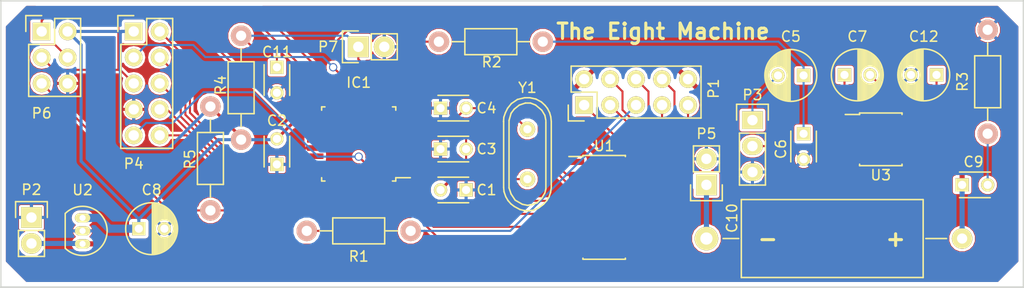
<source format=kicad_pcb>
(kicad_pcb (version 4) (host pcbnew 4.0.1-stable)
  (layers (0 F.Cu signal) (31 B.Cu signal) (34 B.Paste user hide) (35 F.Paste user hide) (36 B.SilkS user hide) (37 F.SilkS user) (38 B.Mask user hide) (39 F.Mask user hide) (44 Edge.Cuts user))
  (net 0 "")
  (net 1 C)
  (net 2 D)
  (net 3 GND)
  (net 4 VCC)
  (net 5 "Net-(C3-Pad2)")
  (net 6 "Net-(C4-Pad2)")
  (net 7 E)
  (net 8 F)
  (net 9 G)
  (net 10 BTN)
  (net 11 PWM)
  (net 12 Latch)
  (net 13 MOSI)
  (net 14 MISO)
  (net 15 SCK)
  (net 16 SD0)
  (net 17 SD1)
  (net 18 SD2)
  (net 19 SD3)
  (net 20 SD4)
  (net 21 DP)
  (net 22 Reset)
  (net 23 A)
  (net 24 Data)
  (net 25 B)
  (net 26 +9V)
  (net 27 /D1)
  (net 28 /D3)
  (net 29 /D2)
  (net 30 /D4)
  (net 31 /D6)
  (net 32 /D5)
  (net 33 /D7)
  (net 34 "Net-(C5-Pad2)")
  (net 35 "Net-(P3-Pad2)")
  (net 36 "Net-(C10-Pad2)")
  (net 37 Audio)
  (net 38 "Net-(C7-Pad1)")
  (net 39 "Net-(C7-Pad2)")
  (net 40 "Net-(C10-Pad1)")
  (net 41 "Net-(C9-Pad2)")
  (net 42 /_DP)
  (net 43 "Net-(C12-Pad1)")
  (module Capacitors_ThroughHole:C_Radial_D5_L11_P2.5 (layer F.Cu) (at 170.5 87.3 180)
    (fp_text reference C5 (at 1.25 3.8 180) (layer F.SilkS))
    (fp_text value 10uF)
    (pad 1 thru_hole rect (at 0 0 180) (size 1.3 1.3) (drill 0.8) (layers *.Cu *.Mask F.SilkS) (net 37 Audio))
    (pad 2 thru_hole circle (at 2.5 0 180) (size 1.3 1.3) (drill 0.8) (layers *.Cu *.Mask F.SilkS) (net 34 "Net-(C5-Pad2)"))
  )
  (module Housings_SOIC:SOIC-16_3.9x9.9mm_Pitch1.27mm (layer F.Cu) (at 151 100.2)
    (fp_text reference U1 (at 0 -6) (layer F.SilkS))
    (fp_text value ULN2003)
    (pad 1 smd rect (at -2.7 -4.445) (size 1.5 0.6) (layers F.Cu F.Paste F.Mask) (net 9 G))
    (pad 2 smd rect (at -2.7 -3.175) (size 1.5 0.6) (layers F.Cu F.Paste F.Mask) (net 8 F))
    (pad 3 smd rect (at -2.7 -1.905) (size 1.5 0.6) (layers F.Cu F.Paste F.Mask) (net 7 E))
    (pad 4 smd rect (at -2.7 -0.635) (size 1.5 0.6) (layers F.Cu F.Paste F.Mask) (net 2 D))
    (pad 5 smd rect (at -2.7 0.635) (size 1.5 0.6) (layers F.Cu F.Paste F.Mask) (net 1 C))
    (pad 6 smd rect (at -2.7 1.905) (size 1.5 0.6) (layers F.Cu F.Paste F.Mask) (net 25 B))
    (pad 7 smd rect (at -2.7 3.175) (size 1.5 0.6) (layers F.Cu F.Paste F.Mask) (net 23 A))
    (pad 8 smd rect (at -2.7 4.445) (size 1.5 0.6) (layers F.Cu F.Paste F.Mask) (net 3 GND))
    (pad 9 smd rect (at 2.7 4.445) (size 1.5 0.6) (layers F.Cu F.Paste F.Mask))
    (pad 10 smd rect (at 2.7 3.175) (size 1.5 0.6) (layers F.Cu F.Paste F.Mask) (net 33 /D7))
    (pad 11 smd rect (at 2.7 1.905) (size 1.5 0.6) (layers F.Cu F.Paste F.Mask) (net 31 /D6))
    (pad 12 smd rect (at 2.7 0.635) (size 1.5 0.6) (layers F.Cu F.Paste F.Mask) (net 32 /D5))
    (pad 13 smd rect (at 2.7 -0.635) (size 1.5 0.6) (layers F.Cu F.Paste F.Mask) (net 30 /D4))
    (pad 14 smd rect (at 2.7 -1.905) (size 1.5 0.6) (layers F.Cu F.Paste F.Mask) (net 28 /D3))
    (pad 15 smd rect (at 2.7 -3.175) (size 1.5 0.6) (layers F.Cu F.Paste F.Mask) (net 29 /D2))
    (pad 16 smd rect (at 2.7 -4.445) (size 1.5 0.6) (layers F.Cu F.Paste F.Mask) (net 27 /D1))
  )
  (module Housings_SOIC:SOIC-8_3.9x4.9mm_Pitch1.27mm (layer F.Cu) (at 178.05 93.55)
    (fp_text reference U3 (at 0 3.5) (layer F.SilkS))
    (fp_text value LM386)
    (pad 1 smd rect (at -2.7 -1.905) (size 1.55 0.6) (layers F.Cu F.Paste F.Mask) (net 38 "Net-(C7-Pad1)"))
    (pad 2 smd rect (at -2.7 -0.635) (size 1.55 0.6) (layers F.Cu F.Paste F.Mask) (net 3 GND))
    (pad 3 smd rect (at -2.7 0.635) (size 1.55 0.6) (layers F.Cu F.Paste F.Mask) (net 35 "Net-(P3-Pad2)"))
    (pad 4 smd rect (at -2.7 1.905) (size 1.55 0.6) (layers F.Cu F.Paste F.Mask) (net 3 GND))
    (pad 5 smd rect (at 2.7 1.905) (size 1.55 0.6) (layers F.Cu F.Paste F.Mask) (net 40 "Net-(C10-Pad1)"))
    (pad 6 smd rect (at 2.7 0.635) (size 1.55 0.6) (layers F.Cu F.Paste F.Mask) (net 26 +9V))
    (pad 7 smd rect (at 2.7 -0.635) (size 1.55 0.6) (layers F.Cu F.Paste F.Mask) (net 43 "Net-(C12-Pad1)"))
    (pad 8 smd rect (at 2.7 -1.905) (size 1.55 0.6) (layers F.Cu F.Paste F.Mask) (net 39 "Net-(C7-Pad2)"))
  )
  (module Housings_QFP:TQFP-32_7x7mm_Pitch0.8mm (layer F.Cu) (at 127 94 180)
    (fp_text reference IC1 (at 0 6 180) (layer F.SilkS))
    (fp_text value ATMEGA328-A)
    (pad 1 smd rect (at -4.25 -2.8 180) (size 1.6 0.55) (layers F.Cu F.Paste F.Mask) (net 1 C))
    (pad 2 smd rect (at -4.25 -2 180) (size 1.6 0.55) (layers F.Cu F.Paste F.Mask) (net 2 D))
    (pad 3 smd rect (at -4.25 -1.2 180) (size 1.6 0.55) (layers F.Cu F.Paste F.Mask) (net 3 GND))
    (pad 4 smd rect (at -4.25 -0.4 180) (size 1.6 0.55) (layers F.Cu F.Paste F.Mask) (net 4 VCC))
    (pad 5 smd rect (at -4.25 0.4 180) (size 1.6 0.55) (layers F.Cu F.Paste F.Mask) (net 3 GND))
    (pad 6 smd rect (at -4.25 1.2 180) (size 1.6 0.55) (layers F.Cu F.Paste F.Mask) (net 4 VCC))
    (pad 7 smd rect (at -4.25 2 180) (size 1.6 0.55) (layers F.Cu F.Paste F.Mask) (net 5 "Net-(C3-Pad2)"))
    (pad 8 smd rect (at -4.25 2.8 180) (size 1.6 0.55) (layers F.Cu F.Paste F.Mask) (net 6 "Net-(C4-Pad2)"))
    (pad 9 smd rect (at -2.8 4.25 270) (size 1.6 0.55) (layers F.Cu F.Paste F.Mask) (net 7 E))
    (pad 10 smd rect (at -2 4.25 270) (size 1.6 0.55) (layers F.Cu F.Paste F.Mask) (net 8 F))
    (pad 11 smd rect (at -1.2 4.25 270) (size 1.6 0.55) (layers F.Cu F.Paste F.Mask) (net 9 G))
    (pad 12 smd rect (at -0.4 4.25 270) (size 1.6 0.55) (layers F.Cu F.Paste F.Mask) (net 10 BTN))
    (pad 13 smd rect (at 0.4 4.25 270) (size 1.6 0.55) (layers F.Cu F.Paste F.Mask) (net 11 PWM))
    (pad 14 smd rect (at 1.2 4.25 270) (size 1.6 0.55) (layers F.Cu F.Paste F.Mask) (net 12 Latch))
    (pad 15 smd rect (at 2 4.25 270) (size 1.6 0.55) (layers F.Cu F.Paste F.Mask) (net 13 MOSI))
    (pad 16 smd rect (at 2.8 4.25 270) (size 1.6 0.55) (layers F.Cu F.Paste F.Mask) (net 14 MISO))
    (pad 17 smd rect (at 4.25 2.8 180) (size 1.6 0.55) (layers F.Cu F.Paste F.Mask) (net 15 SCK))
    (pad 18 smd rect (at 4.25 2 180) (size 1.6 0.55) (layers F.Cu F.Paste F.Mask) (net 4 VCC))
    (pad 19 smd rect (at 4.25 1.2 180) (size 1.6 0.55) (layers F.Cu F.Paste F.Mask))
    (pad 20 smd rect (at 4.25 0.4 180) (size 1.6 0.55) (layers F.Cu F.Paste F.Mask))
    (pad 21 smd rect (at 4.25 -0.4 180) (size 1.6 0.55) (layers F.Cu F.Paste F.Mask) (net 3 GND))
    (pad 22 smd rect (at 4.25 -1.2 180) (size 1.6 0.55) (layers F.Cu F.Paste F.Mask))
    (pad 23 smd rect (at 4.25 -2 180) (size 1.6 0.55) (layers F.Cu F.Paste F.Mask) (net 16 SD0))
    (pad 24 smd rect (at 4.25 -2.8 180) (size 1.6 0.55) (layers F.Cu F.Paste F.Mask) (net 17 SD1))
    (pad 25 smd rect (at 2.8 -4.25 270) (size 1.6 0.55) (layers F.Cu F.Paste F.Mask) (net 18 SD2))
    (pad 26 smd rect (at 2 -4.25 270) (size 1.6 0.55) (layers F.Cu F.Paste F.Mask) (net 19 SD3))
    (pad 27 smd rect (at 1.2 -4.25 270) (size 1.6 0.55) (layers F.Cu F.Paste F.Mask) (net 20 SD4))
    (pad 28 smd rect (at 0.4 -4.25 270) (size 1.6 0.55) (layers F.Cu F.Paste F.Mask) (net 21 DP))
    (pad 29 smd rect (at -0.4 -4.25 270) (size 1.6 0.55) (layers F.Cu F.Paste F.Mask) (net 22 Reset))
    (pad 30 smd rect (at -1.2 -4.25 270) (size 1.6 0.55) (layers F.Cu F.Paste F.Mask) (net 23 A))
    (pad 31 smd rect (at -2 -4.25 270) (size 1.6 0.55) (layers F.Cu F.Paste F.Mask) (net 24 Data))
    (pad 32 smd rect (at -2.8 -4.25 270) (size 1.6 0.55) (layers F.Cu F.Paste F.Mask) (net 25 B))
  )
  (module Pin_Headers:Pin_Header_Straight_2x05 (layer F.Cu) (at 149.04 90.2 90)
    (fp_text reference P1 (at 1.605 12.66 270) (layer F.SilkS))
    (fp_text value DISP)
    (pad 1 thru_hole rect (at 0 0 90) (size 1.7272 1.7272) (drill 1.016) (layers *.Cu *.Mask F.SilkS) (net 27 /D1))
    (pad 2 thru_hole oval (at 2.54 0 90) (size 1.7272 1.7272) (drill 1.016) (layers *.Cu *.Mask F.SilkS) (net 26 +9V))
    (pad 3 thru_hole oval (at 0 2.54 90) (size 1.7272 1.7272) (drill 1.016) (layers *.Cu *.Mask F.SilkS) (net 29 /D2))
    (pad 4 thru_hole oval (at 2.54 2.54 90) (size 1.7272 1.7272) (drill 1.016) (layers *.Cu *.Mask F.SilkS) (net 28 /D3))
    (pad 5 thru_hole oval (at 0 5.08 90) (size 1.7272 1.7272) (drill 1.016) (layers *.Cu *.Mask F.SilkS) (net 42 /_DP))
    (pad 6 thru_hole oval (at 2.54 5.08 90) (size 1.7272 1.7272) (drill 1.016) (layers *.Cu *.Mask F.SilkS) (net 30 /D4))
    (pad 7 thru_hole oval (at 0 7.62 90) (size 1.7272 1.7272) (drill 1.016) (layers *.Cu *.Mask F.SilkS) (net 32 /D5))
    (pad 8 thru_hole oval (at 2.54 7.62 90) (size 1.7272 1.7272) (drill 1.016) (layers *.Cu *.Mask F.SilkS) (net 31 /D6))
    (pad 9 thru_hole oval (at 0 10.16 90) (size 1.7272 1.7272) (drill 1.016) (layers *.Cu *.Mask F.SilkS) (net 33 /D7))
    (pad 10 thru_hole oval (at 2.54 10.16 90) (size 1.7272 1.7272) (drill 1.016) (layers *.Cu *.Mask F.SilkS) (net 26 +9V))
  )
  (module Pin_Headers:Pin_Header_Straight_1x02 (layer F.Cu) (at 95 101.19)
    (fp_text reference P2 (at 0 -2.715) (layer F.SilkS))
    (fp_text value PWR)
    (pad 1 thru_hole rect (at 0 0) (size 2.032 2.032) (drill 1.016) (layers *.Cu *.Mask F.SilkS) (net 3 GND))
    (pad 2 thru_hole oval (at 0 2.54) (size 2.032 2.032) (drill 1.016) (layers *.Cu *.Mask F.SilkS) (net 26 +9V))
  )
  (module Pin_Headers:Pin_Header_Straight_1x03 (layer F.Cu) (at 165.5 91.67)
    (fp_text reference P3 (at 0 -2.46) (layer F.SilkS))
    (fp_text value POT)
    (pad 1 thru_hole rect (at 0 0) (size 2.032 1.7272) (drill 1.016) (layers *.Cu *.Mask F.SilkS) (net 34 "Net-(C5-Pad2)"))
    (pad 2 thru_hole oval (at 0 2.54) (size 2.032 1.7272) (drill 1.016) (layers *.Cu *.Mask F.SilkS) (net 35 "Net-(P3-Pad2)"))
    (pad 3 thru_hole oval (at 0 5.08) (size 2.032 1.7272) (drill 1.016) (layers *.Cu *.Mask F.SilkS) (net 3 GND))
  )
  (module Pin_Headers:Pin_Header_Straight_2x05 (layer F.Cu) (at 105 83)
    (fp_text reference P4 (at 0 12.935) (layer F.SilkS))
    (fp_text value SDISP)
    (pad 1 thru_hole rect (at 0 0) (size 1.7272 1.7272) (drill 1.016) (layers *.Cu *.Mask F.SilkS) (net 4 VCC))
    (pad 2 thru_hole oval (at 2.54 0) (size 1.7272 1.7272) (drill 1.016) (layers *.Cu *.Mask F.SilkS) (net 16 SD0))
    (pad 3 thru_hole oval (at 0 2.54) (size 1.7272 1.7272) (drill 1.016) (layers *.Cu *.Mask F.SilkS) (net 12 Latch))
    (pad 4 thru_hole oval (at 2.54 2.54) (size 1.7272 1.7272) (drill 1.016) (layers *.Cu *.Mask F.SilkS) (net 17 SD1))
    (pad 5 thru_hole oval (at 0 5.08) (size 1.7272 1.7272) (drill 1.016) (layers *.Cu *.Mask F.SilkS) (net 15 SCK))
    (pad 6 thru_hole oval (at 2.54 5.08) (size 1.7272 1.7272) (drill 1.016) (layers *.Cu *.Mask F.SilkS) (net 18 SD2))
    (pad 7 thru_hole oval (at 0 7.62) (size 1.7272 1.7272) (drill 1.016) (layers *.Cu *.Mask F.SilkS) (net 3 GND))
    (pad 8 thru_hole oval (at 2.54 7.62) (size 1.7272 1.7272) (drill 1.016) (layers *.Cu *.Mask F.SilkS) (net 19 SD3))
    (pad 9 thru_hole oval (at 0 10.16) (size 1.7272 1.7272) (drill 1.016) (layers *.Cu *.Mask F.SilkS) (net 24 Data))
    (pad 10 thru_hole oval (at 2.54 10.16) (size 1.7272 1.7272) (drill 1.016) (layers *.Cu *.Mask F.SilkS) (net 20 SD4))
  )
  (module Pin_Headers:Pin_Header_Straight_1x02 (layer F.Cu) (at 161 98 180)
    (fp_text reference P5 (at 0 5 360) (layer F.SilkS))
    (fp_text value SPK)
    (pad 1 thru_hole rect (at 0 0 180) (size 2.032 2.032) (drill 1.016) (layers *.Cu *.Mask F.SilkS) (net 36 "Net-(C10-Pad2)"))
    (pad 2 thru_hole oval (at 0 2.54 180) (size 2.032 2.032) (drill 1.016) (layers *.Cu *.Mask F.SilkS) (net 3 GND))
  )
  (module Pin_Headers:Pin_Header_Straight_2x03 (layer F.Cu) (at 96 83)
    (fp_text reference P6 (at 0 8) (layer F.SilkS))
    (fp_text value ISP)
    (pad 1 thru_hole rect (at 0 0) (size 1.7272 1.7272) (drill 1.016) (layers *.Cu *.Mask F.SilkS) (net 14 MISO))
    (pad 2 thru_hole oval (at 2.54 0) (size 1.7272 1.7272) (drill 1.016) (layers *.Cu *.Mask F.SilkS) (net 4 VCC))
    (pad 3 thru_hole oval (at 0 2.54) (size 1.7272 1.7272) (drill 1.016) (layers *.Cu *.Mask F.SilkS) (net 15 SCK))
    (pad 4 thru_hole oval (at 2.54 2.54) (size 1.7272 1.7272) (drill 1.016) (layers *.Cu *.Mask F.SilkS) (net 13 MOSI))
    (pad 5 thru_hole oval (at 0 5.08) (size 1.7272 1.7272) (drill 1.016) (layers *.Cu *.Mask F.SilkS) (net 22 Reset))
    (pad 6 thru_hole oval (at 2.54 5.08) (size 1.7272 1.7272) (drill 1.016) (layers *.Cu *.Mask F.SilkS) (net 3 GND))
  )
  (module Pin_Headers:Pin_Header_Straight_1x02 (layer F.Cu) (at 126.96 84.5 90)
    (fp_text reference P7 (at 0 -2.96 180) (layer F.SilkS))
    (fp_text value BTN)
    (pad 1 thru_hole rect (at 0 0 90) (size 2.032 2.032) (drill 1.016) (layers *.Cu *.Mask F.SilkS) (net 10 BTN))
    (pad 2 thru_hole oval (at 0 2.54 90) (size 2.032 2.032) (drill 1.016) (layers *.Cu *.Mask F.SilkS) (net 3 GND))
  )
  (module Capacitors_ThroughHole:C_Disc_D3_P2.5 (layer F.Cu) (at 119 96 90)
    (fp_text reference C2 (at 4.28 0 180) (layer F.SilkS))
    (fp_text value 50nF)
    (pad 1 thru_hole rect (at 0 0 90) (size 1.3 1.3) (drill 0.8) (layers *.Cu *.Mask F.SilkS) (net 3 GND))
    (pad 2 thru_hole circle (at 2.5 0 90) (size 1.3 1.3) (drill 0.8001) (layers *.Cu *.Mask F.SilkS) (net 4 VCC))
  )
  (module Capacitors_ThroughHole:C_Disc_D3_P2.5 (layer F.Cu) (at 135 94.5)
    (fp_text reference C3 (at 4.5 0) (layer F.SilkS))
    (fp_text value 22pF)
    (pad 1 thru_hole rect (at 0 0) (size 1.3 1.3) (drill 0.8) (layers *.Cu *.Mask F.SilkS) (net 3 GND))
    (pad 2 thru_hole circle (at 2.5 0) (size 1.3 1.3) (drill 0.8001) (layers *.Cu *.Mask F.SilkS) (net 5 "Net-(C3-Pad2)"))
  )
  (module Capacitors_ThroughHole:C_Disc_D3_P2.5 (layer F.Cu) (at 135 90.5)
    (fp_text reference C4 (at 4.5 0) (layer F.SilkS))
    (fp_text value 22pF)
    (pad 1 thru_hole rect (at 0 0) (size 1.3 1.3) (drill 0.8) (layers *.Cu *.Mask F.SilkS) (net 3 GND))
    (pad 2 thru_hole circle (at 2.5 0) (size 1.3 1.3) (drill 0.8001) (layers *.Cu *.Mask F.SilkS) (net 6 "Net-(C4-Pad2)"))
  )
  (module Capacitors_ThroughHole:C_Disc_D3_P2.5 (layer F.Cu) (at 170.5 93 270)
    (fp_text reference C6 (at 1.5 2.225 270) (layer F.SilkS))
    (fp_text value .1uF)
    (pad 1 thru_hole rect (at 0 0 270) (size 1.3 1.3) (drill 0.8) (layers *.Cu *.Mask F.SilkS) (net 37 Audio))
    (pad 2 thru_hole circle (at 2.5 0 270) (size 1.3 1.3) (drill 0.8001) (layers *.Cu *.Mask F.SilkS) (net 3 GND))
  )
  (module Capacitors_ThroughHole:C_Radial_D5_L11_P2.5 (layer F.Cu) (at 174.5 87.25)
    (fp_text reference C7 (at 1.25 -3.75) (layer F.SilkS))
    (fp_text value 10uF)
    (pad 1 thru_hole rect (at 0 0) (size 1.3 1.3) (drill 0.8) (layers *.Cu *.Mask F.SilkS) (net 38 "Net-(C7-Pad1)"))
    (pad 2 thru_hole circle (at 2.5 0) (size 1.3 1.3) (drill 0.8) (layers *.Cu *.Mask F.SilkS) (net 39 "Net-(C7-Pad2)"))
  )
  (module Capacitors_ThroughHole:C_Radial_D5_L11_P2.5 (layer F.Cu) (at 105.5 102.285)
    (fp_text reference C8 (at 1.25 -3.8) (layer F.SilkS))
    (fp_text value 10uF)
    (pad 1 thru_hole rect (at 0 0) (size 1.3 1.3) (drill 0.8) (layers *.Cu *.Mask F.SilkS) (net 4 VCC))
    (pad 2 thru_hole circle (at 2.5 0) (size 1.3 1.3) (drill 0.8) (layers *.Cu *.Mask F.SilkS) (net 3 GND))
  )
  (module Capacitors_ThroughHole:C_Disc_D3_P2.5 (layer F.Cu) (at 186 98)
    (fp_text reference C9 (at 1.115 -2.25) (layer F.SilkS))
    (fp_text value 50nF)
    (pad 1 thru_hole rect (at 0 0) (size 1.3 1.3) (drill 0.8) (layers *.Cu *.Mask F.SilkS) (net 40 "Net-(C10-Pad1)"))
    (pad 2 thru_hole circle (at 2.5 0) (size 1.3 1.3) (drill 0.8001) (layers *.Cu *.Mask F.SilkS) (net 41 "Net-(C9-Pad2)"))
  )
  (module Choke_Axial_ThroughHole:Choke_Horizontal_RM25mm (layer F.Cu) (at 173.50188 103.25 180)
    (fp_text reference C10 (at 10 2 270) (layer F.SilkS))
    (fp_text value 250uF)
    (pad 1 thru_hole circle (at -12.49934 0 180) (size 1.99898 1.99898) (drill 1.00076) (layers *.Cu *.Mask F.SilkS) (net 40 "Net-(C10-Pad1)"))
    (pad 2 thru_hole circle (at 12.50188 0 180) (size 2.30124 2.30124) (drill 1.19888) (layers *.Cu *.Mask F.SilkS) (net 36 "Net-(C10-Pad2)"))
  )
  (module Resistors_ThroughHole:Resistor_Horizontal_RM10mm (layer F.Cu) (at 127 102.5 180)
    (fp_text reference R1 (at 0 -2.5 180) (layer F.SilkS))
    (fp_text value 220)
    (pad 1 thru_hole circle (at -5.08 0 180) (size 1.99898 1.99898) (drill 1.00076) (layers *.Cu *.SilkS *.Mask) (net 42 /_DP))
    (pad 2 thru_hole circle (at 5.08 0 180) (size 1.99898 1.99898) (drill 1.00076) (layers *.Cu *.SilkS *.Mask) (net 21 DP))
  )
  (module Resistors_ThroughHole:Resistor_Horizontal_RM10mm (layer F.Cu) (at 139.92 84 180)
    (fp_text reference R2 (at -0.08 -2 180) (layer F.SilkS))
    (fp_text value 10K)
    (pad 1 thru_hole circle (at -5.08 0 180) (size 1.99898 1.99898) (drill 1.00076) (layers *.Cu *.SilkS *.Mask) (net 37 Audio))
    (pad 2 thru_hole circle (at 5.08 0 180) (size 1.99898 1.99898) (drill 1.00076) (layers *.Cu *.SilkS *.Mask) (net 11 PWM))
  )
  (module Resistors_ThroughHole:Resistor_Horizontal_RM10mm (layer F.Cu) (at 188.5 87.92 90)
    (fp_text reference R3 (at 0 -2.465 90) (layer F.SilkS))
    (fp_text value 10)
    (pad 1 thru_hole circle (at -5.08 0 90) (size 1.99898 1.99898) (drill 1.00076) (layers *.Cu *.SilkS *.Mask) (net 41 "Net-(C9-Pad2)"))
    (pad 2 thru_hole circle (at 5.08 0 90) (size 1.99898 1.99898) (drill 1.00076) (layers *.Cu *.SilkS *.Mask) (net 3 GND))
  )
  (module Resistors_ThroughHole:Resistor_Horizontal_RM10mm (layer F.Cu) (at 115.5 88.5 90)
    (fp_text reference R4 (at 0.24 -2 90) (layer F.SilkS))
    (fp_text value 10K)
    (pad 1 thru_hole circle (at -5.08 0 90) (size 1.99898 1.99898) (drill 1.00076) (layers *.Cu *.SilkS *.Mask) (net 4 VCC))
    (pad 2 thru_hole circle (at 5.08 0 90) (size 1.99898 1.99898) (drill 1.00076) (layers *.Cu *.SilkS *.Mask) (net 10 BTN))
  )
  (module Resistors_ThroughHole:Resistor_Horizontal_RM10mm (layer F.Cu) (at 112.5 95.42 270)
    (fp_text reference R5 (at 0.08 2 270) (layer F.SilkS))
    (fp_text value 10K)
    (pad 1 thru_hole circle (at -5.08 0 270) (size 1.99898 1.99898) (drill 1.00076) (layers *.Cu *.SilkS *.Mask) (net 4 VCC))
    (pad 2 thru_hole circle (at 5.08 0 270) (size 1.99898 1.99898) (drill 1.00076) (layers *.Cu *.SilkS *.Mask) (net 22 Reset))
  )
  (module Crystals:Crystal_HC49-U_Vertical (layer F.Cu) (at 143.5 95 270)
    (fp_text reference Y1 (at -6.5 0 360) (layer F.SilkS))
    (fp_text value 16Mhz)
    (pad 1 thru_hole circle (at -2.44094 0 270) (size 1.50114 1.50114) (drill 0.8001) (layers *.Cu *.Mask F.SilkS) (net 6 "Net-(C4-Pad2)"))
    (pad 2 thru_hole circle (at 2.44094 0 270) (size 1.50114 1.50114) (drill 0.8001) (layers *.Cu *.Mask F.SilkS) (net 5 "Net-(C3-Pad2)"))
  )
  (module TO_SOT_Packages_THT:TO-92_Inline_Narrow_Oval (layer F.Cu) (at 100 101.23 270)
    (fp_text reference U2 (at -2.73 0 360) (layer F.SilkS))
    (fp_text value 2936)
    (pad 2 thru_hole oval (at 1.27 0 90) (size 0.89916 1.50114) (drill 0.6) (layers *.Cu *.Mask F.SilkS) (net 3 GND))
    (pad 3 thru_hole oval (at 2.54 0 90) (size 0.89916 1.50114) (drill 0.6) (layers *.Cu *.Mask F.SilkS) (net 26 +9V))
    (pad 1 thru_hole oval (at 0 0 90) (size 0.89916 1.50114) (drill 0.6) (layers *.Cu *.Mask F.SilkS) (net 4 VCC))
  )
  (module Capacitors_ThroughHole:C_Disc_D3_P2.5 (layer F.Cu) (at 119 86.5 270)
    (fp_text reference C11 (at -1.5 0 360) (layer F.SilkS))
    (fp_text value .1uF)
    (pad 1 thru_hole rect (at 0 0 270) (size 1.3 1.3) (drill 0.8) (layers *.Cu *.Mask F.SilkS) (net 10 BTN))
    (pad 2 thru_hole circle (at 2.5 0 270) (size 1.3 1.3) (drill 0.8001) (layers *.Cu *.Mask F.SilkS) (net 3 GND))
  )
  (module Capacitors_ThroughHole:C_Disc_D3_P2.5 (layer F.Cu) (at 137.5 98.5 180)
    (fp_text reference C1 (at -2 0 180) (layer F.SilkS))
    (fp_text value 50nF)
    (pad 1 thru_hole rect (at 0 0 180) (size 1.3 1.3) (drill 0.8) (layers *.Cu *.Mask F.SilkS) (net 3 GND))
    (pad 2 thru_hole circle (at 2.5 0 180) (size 1.3 1.3) (drill 0.8001) (layers *.Cu *.Mask F.SilkS) (net 4 VCC))
  )
  (module Capacitors_ThroughHole:C_Radial_D5_L11_P2.5 (layer F.Cu) (at 183.5 87.25 180)
    (fp_text reference C12 (at 1.25 3.75 180) (layer F.SilkS))
    (fp_text value 10uF)
    (pad 1 thru_hole rect (at 0 0 180) (size 1.3 1.3) (drill 0.8) (layers *.Cu *.Mask F.SilkS) (net 43 "Net-(C12-Pad1)"))
    (pad 2 thru_hole circle (at 2.5 0 180) (size 1.3 1.3) (drill 0.8) (layers *.Cu *.Mask F.SilkS) (net 3 GND))
  )
  (gr_text "The Eight Machine" (at 156.75 83) (layer F.SilkS) (effects (font (size 1.5 1.5) (thickness 0.3))))
  (gr_text + (at 179.5 103.25) (layer F.SilkS) (effects (font (size 1.5 1.5) (thickness 0.3))))
  (gr_text - (at 167 103.25) (layer F.SilkS) (effects (font (size 1.5 1.5) (thickness 0.3))))
  (gr_line (start 192 80) (end 92 80) (layer Edge.Cuts) (width 0.15))
  (gr_line (start 192 108) (end 192 80) (layer Edge.Cuts) (width 0.15))
  (gr_line (start 92 108) (end 192 108) (layer Edge.Cuts) (width 0.15))
  (gr_line (start 92 80) (end 92 108) (layer Edge.Cuts) (width 0.15))
  (segment (start 148.3 100.835) (end 134.81 100.835) (width 0.2) (layer F.Cu) (net 1))
  (segment (start 134.81 100.835) (end 131.25 97.275) (width 0.2) (layer F.Cu) (net 1))
  (segment (start 131.25 97.275) (end 131.25 96.8) (width 0.2) (layer F.Cu) (net 1))
  (segment (start 131.25 96) (end 132.25 96) (width 0.2) (layer F.Cu) (net 2))
  (segment (start 133.949999 99.004001) (end 134.510998 99.565) (width 0.2) (layer F.Cu) (net 2))
  (segment (start 132.25 96) (end 133.949999 97.699999) (width 0.2) (layer F.Cu) (net 2))
  (segment (start 133.949999 97.699999) (end 133.949999 99.004001) (width 0.2) (layer F.Cu) (net 2))
  (segment (start 134.510998 99.565) (end 147.35 99.565) (width 0.2) (layer F.Cu) (net 2))
  (segment (start 147.35 99.565) (end 148.3 99.565) (width 0.2) (layer F.Cu) (net 2))
  (segment (start 132.8 95.2) (end 133.5 94.5) (width 0.3) (layer F.Cu) (net 3))
  (segment (start 133.5 94.5) (end 135 94.5) (width 0.3) (layer F.Cu) (net 3))
  (segment (start 131.25 95.2) (end 132.8 95.2) (width 0.3) (layer F.Cu) (net 3))
  (segment (start 122.75 94.4) (end 126.1 94.4) (width 0.3) (layer F.Cu) (net 3))
  (segment (start 126.1 94.4) (end 126.9 93.6) (width 0.3) (layer F.Cu) (net 3))
  (segment (start 126.9 93.6) (end 130.15 93.6) (width 0.3) (layer F.Cu) (net 3))
  (segment (start 131.25 93.6) (end 130.15 93.6) (width 0.3) (layer F.Cu) (net 3))
  (segment (start 130.15 93.6) (end 129.999999 93.750001) (width 0.3) (layer F.Cu) (net 3))
  (segment (start 129.999999 93.750001) (end 129.999999 95.049999) (width 0.3) (layer F.Cu) (net 3))
  (segment (start 129.999999 95.049999) (end 130.15 95.2) (width 0.3) (layer F.Cu) (net 3))
  (segment (start 130.15 95.2) (end 131.25 95.2) (width 0.3) (layer F.Cu) (net 3))
  (segment (start 112.5 90.34) (end 115.5 93.34) (width 0.3) (layer F.Cu) (net 4))
  (segment (start 115.5 93.34) (end 115.5 93.58) (width 0.3) (layer F.Cu) (net 4))
  (segment (start 104.369471 94.473601) (end 103.686399 93.790529) (width 0.3) (layer B.Cu) (net 4))
  (segment (start 112.5 90.34) (end 108.366399 94.473601) (width 0.3) (layer B.Cu) (net 4))
  (segment (start 108.366399 94.473601) (end 104.369471 94.473601) (width 0.3) (layer B.Cu) (net 4))
  (segment (start 103.686399 93.790529) (end 103.686399 83.150001) (width 0.3) (layer B.Cu) (net 4))
  (segment (start 103.686399 83.150001) (end 103.8364 83) (width 0.3) (layer B.Cu) (net 4))
  (segment (start 103.8364 83) (end 105 83) (width 0.3) (layer B.Cu) (net 4))
  (segment (start 135 98.5) (end 136.100001 97.399999) (width 0.3) (layer F.Cu) (net 4))
  (segment (start 136.100001 97.399999) (end 136.100001 93.489999) (width 0.3) (layer F.Cu) (net 4))
  (segment (start 136.100001 93.489999) (end 135.410002 92.8) (width 0.3) (layer F.Cu) (net 4))
  (segment (start 135.410002 92.8) (end 132.35 92.8) (width 0.3) (layer F.Cu) (net 4))
  (segment (start 131.25 92.8) (end 132.35 92.8) (width 0.3) (layer F.Cu) (net 4))
  (segment (start 132.500001 92.950001) (end 132.500001 94.249999) (width 0.3) (layer F.Cu) (net 4))
  (segment (start 132.35 92.8) (end 132.500001 92.950001) (width 0.3) (layer F.Cu) (net 4))
  (segment (start 132.500001 94.249999) (end 132.35 94.4) (width 0.3) (layer F.Cu) (net 4))
  (segment (start 131.25 94.4) (end 132.35 94.4) (width 0.3) (layer F.Cu) (net 4))
  (segment (start 122.75 92) (end 126 92) (width 0.3) (layer F.Cu) (net 4))
  (segment (start 126 92) (end 126.8 92.8) (width 0.3) (layer F.Cu) (net 4))
  (segment (start 126.8 92.8) (end 131.25 92.8) (width 0.3) (layer F.Cu) (net 4))
  (segment (start 100 101.23) (end 101.55057 101.23) (width 0.8) (layer B.Cu) (net 4))
  (segment (start 101.55057 101.23) (end 102.60557 102.285) (width 0.8) (layer B.Cu) (net 4))
  (segment (start 102.60557 102.285) (end 105.5 102.285) (width 0.8) (layer B.Cu) (net 4))
  (segment (start 115.5 93.58) (end 118.92 93.58) (width 0.3) (layer B.Cu) (net 4))
  (segment (start 118.92 93.58) (end 119 93.5) (width 0.3) (layer B.Cu) (net 4))
  (segment (start 105.5 102.285) (end 105.5 101.335) (width 0.3) (layer B.Cu) (net 4))
  (segment (start 105.5 101.335) (end 99.853601 95.688601) (width 0.3) (layer B.Cu) (net 4))
  (segment (start 99.853601 95.688601) (end 99.853601 84.313601) (width 0.3) (layer B.Cu) (net 4))
  (segment (start 99.853601 84.313601) (end 99.403599 83.863599) (width 0.3) (layer B.Cu) (net 4))
  (segment (start 99.403599 83.863599) (end 98.54 83) (width 0.3) (layer B.Cu) (net 4))
  (segment (start 105 83) (end 98.54 83) (width 0.3) (layer B.Cu) (net 4))
  (segment (start 115.5 93.58) (end 113.255 93.58) (width 0.3) (layer B.Cu) (net 4))
  (segment (start 113.255 93.58) (end 105.5 101.335) (width 0.3) (layer B.Cu) (net 4))
  (segment (start 122.75 92) (end 120.5 92) (width 0.3) (layer F.Cu) (net 4))
  (segment (start 120.5 92) (end 119 93.5) (width 0.3) (layer F.Cu) (net 4))
  (segment (start 137.5 94.5) (end 137.5 95.5) (width 0.2) (layer F.Cu) (net 5))
  (segment (start 137.5 95.5) (end 139.44094 97.44094) (width 0.2) (layer F.Cu) (net 5))
  (segment (start 139.44094 97.44094) (end 143.5 97.44094) (width 0.2) (layer F.Cu) (net 5))
  (segment (start 131.25 92) (end 136.5 92) (width 0.2) (layer F.Cu) (net 5))
  (segment (start 137.5 93) (end 137.5 94.5) (width 0.2) (layer F.Cu) (net 5))
  (segment (start 136.5 92) (end 137.5 93) (width 0.2) (layer F.Cu) (net 5))
  (segment (start 141.44094 90.5) (end 142.749431 91.808491) (width 0.2) (layer F.Cu) (net 6))
  (segment (start 142.749431 91.808491) (end 143.5 92.55906) (width 0.2) (layer F.Cu) (net 6))
  (segment (start 137.5 90.5) (end 141.44094 90.5) (width 0.2) (layer F.Cu) (net 6))
  (segment (start 131.25 91.2) (end 133.2 91.2) (width 0.2) (layer F.Cu) (net 6))
  (segment (start 133.500001 91.500001) (end 136.499999 91.500001) (width 0.2) (layer F.Cu) (net 6))
  (segment (start 136.499999 91.500001) (end 136.850001 91.149999) (width 0.2) (layer F.Cu) (net 6))
  (segment (start 133.2 91.2) (end 133.500001 91.500001) (width 0.2) (layer F.Cu) (net 6))
  (segment (start 136.850001 91.149999) (end 137.5 90.5) (width 0.2) (layer F.Cu) (net 6))
  (segment (start 148.3 98.295) (end 147.85 98.295) (width 0.2) (layer F.Cu) (net 7))
  (segment (start 147.85 98.295) (end 144.600571 95.045571) (width 0.2) (layer F.Cu) (net 7))
  (segment (start 144.600571 92.030785) (end 142.069785 89.499999) (width 0.2) (layer F.Cu) (net 7))
  (segment (start 144.600571 95.045571) (end 144.600571 92.030785) (width 0.2) (layer F.Cu) (net 7))
  (segment (start 142.069785 89.499999) (end 130.525001 89.499999) (width 0.2) (layer F.Cu) (net 7))
  (segment (start 130.525001 89.499999) (end 130.275 89.75) (width 0.2) (layer F.Cu) (net 7))
  (segment (start 130.275 89.75) (end 129.8 89.75) (width 0.2) (layer F.Cu) (net 7))
  (segment (start 129 88.75) (end 129 89.75) (width 0.2) (layer F.Cu) (net 8))
  (segment (start 145.2 91.993803) (end 141.806196 88.599999) (width 0.2) (layer F.Cu) (net 8))
  (segment (start 129.150001 88.599999) (end 129 88.75) (width 0.2) (layer F.Cu) (net 8))
  (segment (start 145.2 94.875) (end 145.2 91.993803) (width 0.2) (layer F.Cu) (net 8))
  (segment (start 147.35 97.025) (end 145.2 94.875) (width 0.2) (layer F.Cu) (net 8))
  (segment (start 148.3 97.025) (end 147.35 97.025) (width 0.2) (layer F.Cu) (net 8))
  (segment (start 141.806196 88.599999) (end 129.150001 88.599999) (width 0.2) (layer F.Cu) (net 8))
  (segment (start 146 95) (end 146.755 95.755) (width 0.2) (layer F.Cu) (net 9))
  (segment (start 146.755 95.755) (end 148.3 95.755) (width 0.2) (layer F.Cu) (net 9))
  (segment (start 146 91.6) (end 146 95) (width 0.2) (layer F.Cu) (net 9))
  (segment (start 142.2 87.8) (end 146 91.6) (width 0.2) (layer F.Cu) (net 9))
  (segment (start 129.15 87.8) (end 142.2 87.8) (width 0.2) (layer F.Cu) (net 9))
  (segment (start 128.2 89.75) (end 128.2 88.75) (width 0.2) (layer F.Cu) (net 9))
  (segment (start 128.2 88.75) (end 129.15 87.8) (width 0.2) (layer F.Cu) (net 9))
  (segment (start 125.88 83.42) (end 126.96 84.5) (width 0.2) (layer B.Cu) (net 10))
  (segment (start 115.5 83.42) (end 125.88 83.42) (width 0.2) (layer B.Cu) (net 10))
  (segment (start 115.5 83.42) (end 116.58 84.5) (width 0.2) (layer F.Cu) (net 10))
  (segment (start 116.58 84.5) (end 118.5 84.5) (width 0.2) (layer F.Cu) (net 10))
  (segment (start 118.5 84.5) (end 119 85) (width 0.2) (layer F.Cu) (net 10))
  (segment (start 119 85) (end 119 86.46999) (width 0.2) (layer F.Cu) (net 10))
  (segment (start 119 86.92) (end 119 87) (width 0.2) (layer F.Cu) (net 10))
  (segment (start 126.96 84.5) (end 126.96 85.716) (width 0.2) (layer F.Cu) (net 10))
  (segment (start 127.4 86.156) (end 127.4 88.75) (width 0.2) (layer F.Cu) (net 10))
  (segment (start 126.96 85.716) (end 127.4 86.156) (width 0.2) (layer F.Cu) (net 10))
  (segment (start 127.4 88.75) (end 127.4 89.75) (width 0.2) (layer F.Cu) (net 10))
  (segment (start 134.84 84) (end 133 84) (width 0.2) (layer F.Cu) (net 11))
  (segment (start 125 83.797998) (end 125 85.529283) (width 0.2) (layer F.Cu) (net 11))
  (segment (start 126.6 87.129283) (end 126.6 88.75) (width 0.2) (layer F.Cu) (net 11))
  (segment (start 133 84) (end 131 82) (width 0.2) (layer F.Cu) (net 11))
  (segment (start 131 82) (end 126.797998 82) (width 0.2) (layer F.Cu) (net 11))
  (segment (start 126.797998 82) (end 125 83.797998) (width 0.2) (layer F.Cu) (net 11))
  (segment (start 125 85.529283) (end 126.6 87.129283) (width 0.2) (layer F.Cu) (net 11))
  (segment (start 126.6 88.75) (end 126.6 89.75) (width 0.2) (layer F.Cu) (net 11))
  (segment (start 124.899999 86.900007) (end 124.5 86.500008) (width 0.2) (layer F.Cu) (net 12))
  (segment (start 125.8 89.75) (end 125.8 87.800008) (width 0.2) (layer F.Cu) (net 12))
  (segment (start 124.100001 86.100009) (end 124.5 86.500008) (width 0.2) (layer B.Cu) (net 12))
  (segment (start 123.499986 85.499994) (end 124.100001 86.100009) (width 0.2) (layer B.Cu) (net 12))
  (segment (start 125.8 87.800008) (end 124.899999 86.900007) (width 0.2) (layer F.Cu) (net 12))
  (segment (start 111.999994 85.499994) (end 123.499986 85.499994) (width 0.2) (layer B.Cu) (net 12))
  (segment (start 106.213601 84.326399) (end 110.826399 84.326399) (width 0.2) (layer B.Cu) (net 12))
  (segment (start 110.826399 84.326399) (end 111.999994 85.499994) (width 0.2) (layer B.Cu) (net 12))
  (segment (start 105 85.54) (end 106.213601 84.326399) (width 0.2) (layer B.Cu) (net 12))
  (via (at 124.5 86.500008) (size 0.8) (drill 0.6) (layers F.Cu B.Cu) (net 12))
  (segment (start 98.54 85.54) (end 97.276399 84.276399) (width 0.2) (layer F.Cu) (net 13))
  (segment (start 94.786399 84.143601) (end 94.786399 81.856399) (width 0.2) (layer F.Cu) (net 13))
  (segment (start 97.276399 84.276399) (end 94.919197 84.276399) (width 0.2) (layer F.Cu) (net 13))
  (segment (start 94.919197 84.276399) (end 94.786399 84.143601) (width 0.2) (layer F.Cu) (net 13))
  (segment (start 95.81033 80.832468) (end 117.222466 80.832468) (width 0.2) (layer F.Cu) (net 13))
  (segment (start 94.786399 81.856399) (end 95.81033 80.832468) (width 0.2) (layer F.Cu) (net 13))
  (segment (start 117.222466 80.832468) (end 125 88.610002) (width 0.2) (layer F.Cu) (net 13))
  (segment (start 125 88.610002) (end 125 88.75) (width 0.2) (layer F.Cu) (net 13))
  (segment (start 125 88.75) (end 125 89.75) (width 0.2) (layer F.Cu) (net 13))
  (segment (start 96.653921 81.282479) (end 96 81.9364) (width 0.2) (layer F.Cu) (net 14))
  (segment (start 116.257479 81.282479) (end 96.653921 81.282479) (width 0.2) (layer F.Cu) (net 14))
  (segment (start 124.2 89.225) (end 116.257479 81.282479) (width 0.2) (layer F.Cu) (net 14))
  (segment (start 124.2 89.75) (end 124.2 89.225) (width 0.2) (layer F.Cu) (net 14))
  (segment (start 96 81.9364) (end 96 83) (width 0.2) (layer F.Cu) (net 14))
  (segment (start 121.75 91.2) (end 122.75 91.2) (width 0.2) (layer F.Cu) (net 15))
  (segment (start 119.719998 91.2) (end 121.75 91.2) (width 0.2) (layer F.Cu) (net 15))
  (segment (start 110.256397 81.736399) (end 119.719998 91.2) (width 0.2) (layer F.Cu) (net 15))
  (segment (start 103.816399 81.736399) (end 110.256397 81.736399) (width 0.2) (layer F.Cu) (net 15))
  (segment (start 103.5 82.052798) (end 103.816399 81.736399) (width 0.2) (layer F.Cu) (net 15))
  (segment (start 103.5 86.753601) (end 103.5 82.052798) (width 0.2) (layer F.Cu) (net 15))
  (segment (start 103.5 86.753601) (end 103.673601 86.753601) (width 0.2) (layer F.Cu) (net 15))
  (segment (start 97.213601 86.753601) (end 103.5 86.753601) (width 0.2) (layer F.Cu) (net 15))
  (segment (start 96 85.54) (end 97.213601 86.753601) (width 0.2) (layer F.Cu) (net 15))
  (segment (start 104.136401 87.216401) (end 105 88.08) (width 0.2) (layer F.Cu) (net 15))
  (segment (start 103.673601 86.753601) (end 104.136401 87.216401) (width 0.2) (layer F.Cu) (net 15))
  (segment (start 121.75 96) (end 122.75 96) (width 0.2) (layer F.Cu) (net 16))
  (segment (start 110.5 90.95436) (end 117.355686 97.810046) (width 0.2) (layer F.Cu) (net 16))
  (segment (start 110.5 85.96) (end 110.5 90.95436) (width 0.2) (layer F.Cu) (net 16))
  (segment (start 107.54 83) (end 110.5 85.96) (width 0.2) (layer F.Cu) (net 16))
  (segment (start 117.355686 97.810046) (end 119.939954 97.810046) (width 0.2) (layer F.Cu) (net 16))
  (segment (start 119.939954 97.810046) (end 121.75 96) (width 0.2) (layer F.Cu) (net 16))
  (segment (start 110.049989 91.14076) (end 117.169286 98.260057) (width 0.2) (layer F.Cu) (net 17))
  (segment (start 120.289943 98.260057) (end 121.75 96.8) (width 0.2) (layer F.Cu) (net 17))
  (segment (start 121.75 96.8) (end 122.75 96.8) (width 0.2) (layer F.Cu) (net 17))
  (segment (start 117.169286 98.260057) (end 120.289943 98.260057) (width 0.2) (layer F.Cu) (net 17))
  (segment (start 110.049989 88.049989) (end 110.049989 91.14076) (width 0.2) (layer F.Cu) (net 17))
  (segment (start 107.54 85.54) (end 110.049989 88.049989) (width 0.2) (layer F.Cu) (net 17))
  (segment (start 109.599978 90.139978) (end 108.403599 88.943599) (width 0.2) (layer F.Cu) (net 18))
  (segment (start 117.02282 98.75) (end 109.599978 91.32716) (width 0.2) (layer F.Cu) (net 18))
  (segment (start 124.2 98.25) (end 123.725 98.25) (width 0.2) (layer F.Cu) (net 18))
  (segment (start 109.599978 91.32716) (end 109.599978 90.139978) (width 0.2) (layer F.Cu) (net 18))
  (segment (start 123.725 98.25) (end 123.225 98.75) (width 0.2) (layer F.Cu) (net 18))
  (segment (start 123.225 98.75) (end 117.02282 98.75) (width 0.2) (layer F.Cu) (net 18))
  (segment (start 108.403599 88.943599) (end 107.54 88.08) (width 0.2) (layer F.Cu) (net 18))
  (segment (start 107.54 90.62) (end 107.66 90.5) (width 0.2) (layer F.Cu) (net 19))
  (segment (start 107.66 90.5) (end 108.13641 90.5) (width 0.2) (layer F.Cu) (net 19))
  (segment (start 108.13641 90.5) (end 117.036411 99.400001) (width 0.2) (layer F.Cu) (net 19))
  (segment (start 117.036411 99.400001) (end 124.849999 99.400001) (width 0.2) (layer F.Cu) (net 19))
  (segment (start 124.849999 99.400001) (end 125 99.25) (width 0.2) (layer F.Cu) (net 19))
  (segment (start 125 99.25) (end 125 98.25) (width 0.2) (layer F.Cu) (net 19))
  (segment (start 107.54 93.16) (end 110.16 93.16) (width 0.2) (layer F.Cu) (net 20))
  (segment (start 116.850012 99.850012) (end 125.199988 99.850012) (width 0.2) (layer F.Cu) (net 20))
  (segment (start 125.199988 99.850012) (end 125.8 99.25) (width 0.2) (layer F.Cu) (net 20))
  (segment (start 125.8 99.25) (end 125.8 98.25) (width 0.2) (layer F.Cu) (net 20))
  (segment (start 110.16 93.16) (end 116.850012 99.850012) (width 0.2) (layer F.Cu) (net 20))
  (segment (start 126.6 99.233492) (end 126.6 98.25) (width 0.2) (layer F.Cu) (net 21))
  (segment (start 123.333492 102.5) (end 126.6 99.233492) (width 0.2) (layer F.Cu) (net 21))
  (segment (start 121.92 102.5) (end 123.333492 102.5) (width 0.2) (layer F.Cu) (net 21))
  (segment (start 96 88.08) (end 108.42 100.5) (width 0.2) (layer F.Cu) (net 22))
  (segment (start 108.42 100.5) (end 112.5 100.5) (width 0.2) (layer F.Cu) (net 22))
  (segment (start 112.5 100.5) (end 117.5 100.5) (width 0.2) (layer F.Cu) (net 22))
  (segment (start 117.5 100.5) (end 120.849491 103.849491) (width 0.2) (layer F.Cu) (net 22))
  (segment (start 120.849491 103.849491) (end 122.800509 103.849491) (width 0.2) (layer F.Cu) (net 22))
  (segment (start 122.800509 103.849491) (end 127.4 99.25) (width 0.2) (layer F.Cu) (net 22))
  (segment (start 127.4 99.25) (end 127.4 98.25) (width 0.2) (layer F.Cu) (net 22))
  (segment (start 148.3 103.375) (end 134.952248 103.375) (width 0.2) (layer F.Cu) (net 23))
  (segment (start 130.977249 99.400001) (end 128.350001 99.400001) (width 0.2) (layer F.Cu) (net 23))
  (segment (start 134.952248 103.375) (end 130.977249 99.400001) (width 0.2) (layer F.Cu) (net 23))
  (segment (start 128.350001 99.400001) (end 128.2 99.25) (width 0.2) (layer F.Cu) (net 23))
  (segment (start 128.2 99.25) (end 128.2 98.25) (width 0.2) (layer F.Cu) (net 23))
  (segment (start 127.398437 95.642087) (end 126.998438 95.242088) (width 0.2) (layer F.Cu) (net 24))
  (segment (start 111.828243 88.940509) (end 116.717491 88.940509) (width 0.2) (layer B.Cu) (net 24))
  (segment (start 129 97.24365) (end 127.398437 95.642087) (width 0.2) (layer F.Cu) (net 24))
  (segment (start 108.822353 91.946399) (end 111.828243 88.940509) (width 0.2) (layer B.Cu) (net 24))
  (segment (start 126.432753 95.242088) (end 126.998438 95.242088) (width 0.2) (layer B.Cu) (net 24))
  (segment (start 116.717491 88.940509) (end 123.01907 95.242088) (width 0.2) (layer B.Cu) (net 24))
  (segment (start 105 93.16) (end 106.213601 91.946399) (width 0.2) (layer B.Cu) (net 24))
  (segment (start 123.01907 95.242088) (end 126.432753 95.242088) (width 0.2) (layer B.Cu) (net 24))
  (segment (start 106.213601 91.946399) (end 108.822353 91.946399) (width 0.2) (layer B.Cu) (net 24))
  (segment (start 129 98.25) (end 129 97.24365) (width 0.2) (layer F.Cu) (net 24))
  (via (at 126.998438 95.242088) (size 0.8) (drill 0.6) (layers F.Cu B.Cu) (net 24))
  (segment (start 148.3 102.105) (end 134.318659 102.105) (width 0.2) (layer F.Cu) (net 25))
  (segment (start 134.318659 102.105) (end 130.463659 98.25) (width 0.2) (layer F.Cu) (net 25))
  (segment (start 130.463659 98.25) (end 130.275 98.25) (width 0.2) (layer F.Cu) (net 25))
  (segment (start 130.275 98.25) (end 129.8 98.25) (width 0.2) (layer F.Cu) (net 25))
  (segment (start 180.75 94.185) (end 179.475 94.185) (width 0.5) (layer F.Cu) (net 26))
  (segment (start 160.063599 88.523599) (end 159.2 87.66) (width 0.5) (layer F.Cu) (net 26))
  (segment (start 179.475 94.185) (end 175.49639 98.16361) (width 0.5) (layer F.Cu) (net 26))
  (segment (start 175.49639 98.16361) (end 164.762064 98.16361) (width 0.5) (layer F.Cu) (net 26))
  (segment (start 164.762064 98.16361) (end 162.566001 95.967547) (width 0.5) (layer F.Cu) (net 26))
  (segment (start 162.566001 95.967547) (end 162.566001 91.026001) (width 0.5) (layer F.Cu) (net 26))
  (segment (start 162.566001 91.026001) (end 160.063599 88.523599) (width 0.5) (layer F.Cu) (net 26))
  (segment (start 149.04 87.66) (end 147.626399 89.073601) (width 0.5) (layer F.Cu) (net 26))
  (segment (start 147.626399 89.073601) (end 147.626399 92.376399) (width 0.5) (layer F.Cu) (net 26))
  (segment (start 147.626399 92.376399) (end 151 95.75) (width 0.5) (layer F.Cu) (net 26))
  (segment (start 103.23057 105.75) (end 101.25057 103.77) (width 0.5) (layer F.Cu) (net 26))
  (segment (start 151 95.75) (end 151 103.985002) (width 0.5) (layer F.Cu) (net 26))
  (segment (start 151 103.985002) (end 149.235002 105.75) (width 0.5) (layer F.Cu) (net 26))
  (segment (start 149.235002 105.75) (end 103.23057 105.75) (width 0.5) (layer F.Cu) (net 26))
  (segment (start 101.25057 103.77) (end 100 103.77) (width 0.5) (layer F.Cu) (net 26))
  (segment (start 149.04 87.66) (end 150.453601 86.246399) (width 0.5) (layer F.Cu) (net 26))
  (segment (start 150.453601 86.246399) (end 157.786399 86.246399) (width 0.5) (layer F.Cu) (net 26))
  (segment (start 157.786399 86.246399) (end 158.336401 86.796401) (width 0.5) (layer F.Cu) (net 26))
  (segment (start 158.336401 86.796401) (end 159.2 87.66) (width 0.5) (layer F.Cu) (net 26))
  (segment (start 95 103.73) (end 99.96 103.73) (width 0.5) (layer B.Cu) (net 26))
  (segment (start 99.96 103.73) (end 100 103.77) (width 0.5) (layer B.Cu) (net 26))
  (segment (start 153.7 95.755) (end 153.7 94.86) (width 0.2) (layer F.Cu) (net 27))
  (segment (start 153.7 94.86) (end 149.04 90.2) (width 0.2) (layer F.Cu) (net 27))
  (segment (start 153.7 98.295) (end 154.15 98.295) (width 0.2) (layer F.Cu) (net 28))
  (segment (start 154.15 98.295) (end 155.250012 97.194988) (width 0.2) (layer F.Cu) (net 28))
  (segment (start 155.250012 97.194988) (end 155.250012 93.126142) (width 0.2) (layer F.Cu) (net 28))
  (segment (start 155.250012 93.126142) (end 152.793601 90.669731) (width 0.2) (layer F.Cu) (net 28))
  (segment (start 152.793601 90.669731) (end 152.793601 88.873601) (width 0.2) (layer F.Cu) (net 28))
  (segment (start 152.793601 88.873601) (end 152.443599 88.523599) (width 0.2) (layer F.Cu) (net 28))
  (segment (start 152.443599 88.523599) (end 151.58 87.66) (width 0.2) (layer F.Cu) (net 28))
  (segment (start 153.7 97.025) (end 154.15 97.025) (width 0.2) (layer F.Cu) (net 29))
  (segment (start 154.15 97.025) (end 154.800001 96.374999) (width 0.2) (layer F.Cu) (net 29))
  (segment (start 154.800001 96.374999) (end 154.800001 93.420001) (width 0.2) (layer F.Cu) (net 29))
  (segment (start 154.800001 93.420001) (end 152.443599 91.063599) (width 0.2) (layer F.Cu) (net 29))
  (segment (start 152.443599 91.063599) (end 151.58 90.2) (width 0.2) (layer F.Cu) (net 29))
  (segment (start 153.7 99.565) (end 154.110002 99.565) (width 0.2) (layer F.Cu) (net 30))
  (segment (start 154.983599 88.523599) (end 154.12 87.66) (width 0.2) (layer F.Cu) (net 30))
  (segment (start 154.110002 99.565) (end 155.700021 97.97498) (width 0.2) (layer F.Cu) (net 30))
  (segment (start 155.333601 88.873601) (end 154.983599 88.523599) (width 0.2) (layer F.Cu) (net 30))
  (segment (start 155.700021 97.97498) (end 155.700021 91.036151) (width 0.2) (layer F.Cu) (net 30))
  (segment (start 155.700021 91.036151) (end 155.333601 90.669731) (width 0.2) (layer F.Cu) (net 30))
  (segment (start 155.333601 90.669731) (end 155.333601 88.873601) (width 0.2) (layer F.Cu) (net 30))
  (segment (start 153.7 102.105) (end 154.15 102.105) (width 0.2) (layer F.Cu) (net 31))
  (segment (start 154.15 102.105) (end 157.873601 98.381399) (width 0.2) (layer F.Cu) (net 31))
  (segment (start 157.873601 98.381399) (end 157.873601 88.873601) (width 0.2) (layer F.Cu) (net 31))
  (segment (start 157.873601 88.873601) (end 157.523599 88.523599) (width 0.2) (layer F.Cu) (net 31))
  (segment (start 157.523599 88.523599) (end 156.66 87.66) (width 0.2) (layer F.Cu) (net 31))
  (segment (start 153.7 100.835) (end 154.15 100.835) (width 0.2) (layer F.Cu) (net 32))
  (segment (start 154.15 100.835) (end 156.66 98.325) (width 0.2) (layer F.Cu) (net 32))
  (segment (start 156.66 98.325) (end 156.66 91.421314) (width 0.2) (layer F.Cu) (net 32))
  (segment (start 156.66 91.421314) (end 156.66 90.2) (width 0.2) (layer F.Cu) (net 32))
  (segment (start 153.7 103.375) (end 154.15 103.375) (width 0.2) (layer F.Cu) (net 33))
  (segment (start 154.15 103.375) (end 159.2 98.325) (width 0.2) (layer F.Cu) (net 33))
  (segment (start 159.2 98.325) (end 159.2 91.421314) (width 0.2) (layer F.Cu) (net 33))
  (segment (start 159.2 91.421314) (end 159.2 90.2) (width 0.2) (layer F.Cu) (net 33))
  (segment (start 168 87.3) (end 165.5 89.8) (width 0.2) (layer B.Cu) (net 34))
  (segment (start 165.5 89.8) (end 165.5 91.67) (width 0.2) (layer B.Cu) (net 34))
  (segment (start 166 90.92) (end 166.1524 90.92) (width 0.2) (layer B.Cu) (net 34))
  (segment (start 165.5 94.21) (end 175.325 94.21) (width 0.2) (layer F.Cu) (net 35))
  (segment (start 175.325 94.21) (end 175.35 94.185) (width 0.2) (layer F.Cu) (net 35))
  (segment (start 161 103.25) (end 161 98) (width 0.5) (layer B.Cu) (net 36))
  (segment (start 145 84) (end 168.05 84) (width 0.2) (layer B.Cu) (net 37))
  (segment (start 168.05 84) (end 170.5 86.45) (width 0.2) (layer B.Cu) (net 37))
  (segment (start 170.5 86.45) (end 170.5 87.3) (width 0.2) (layer B.Cu) (net 37))
  (segment (start 170.5 93) (end 170.5 87.3) (width 0.2) (layer B.Cu) (net 37))
  (segment (start 174.5 89) (end 175.35 89.85) (width 0.2) (layer F.Cu) (net 38))
  (segment (start 175.35 89.85) (end 175.35 91.645) (width 0.2) (layer F.Cu) (net 38))
  (segment (start 174.5 87.25) (end 174.5 89) (width 0.2) (layer F.Cu) (net 38))
  (segment (start 175.35 91.645) (end 175.825 91.645) (width 0.2) (layer F.Cu) (net 38))
  (segment (start 177 87.25) (end 180.75 91) (width 0.2) (layer F.Cu) (net 39))
  (segment (start 180.75 91) (end 180.75 91.645) (width 0.2) (layer F.Cu) (net 39))
  (segment (start 186 98) (end 186 103.24878) (width 0.5) (layer B.Cu) (net 40))
  (segment (start 186 103.24878) (end 186.00122 103.25) (width 0.5) (layer B.Cu) (net 40))
  (segment (start 180.75 95.455) (end 184.605 95.455) (width 0.5) (layer F.Cu) (net 40))
  (segment (start 184.605 95.455) (end 186 96.85) (width 0.5) (layer F.Cu) (net 40))
  (segment (start 186 96.85) (end 186 98) (width 0.5) (layer F.Cu) (net 40))
  (segment (start 186 103.24878) (end 186.00122 103.25) (width 0.5) (layer F.Cu) (net 40))
  (segment (start 188.5 98) (end 188.5 93) (width 0.2) (layer B.Cu) (net 41))
  (segment (start 132.08 102.5) (end 141.82 102.5) (width 0.2) (layer B.Cu) (net 42))
  (segment (start 141.82 102.5) (end 154.12 90.2) (width 0.2) (layer B.Cu) (net 42))
  (segment (start 183.5 87.25) (end 183.5 90.64) (width 0.2) (layer F.Cu) (net 43))
  (segment (start 183.5 90.64) (end 181.225 92.915) (width 0.2) (layer F.Cu) (net 43))
  (segment (start 181.225 92.915) (end 180.75 92.915) (width 0.2) (layer F.Cu) (net 43))
  (zone (net 3) (net_name GND) (layer B.Cu) (connect_pads (clearance 0.3)) (min_thickness 0.25) (fill yes (arc_segments 16) (thermal_gap 0.25) (thermal_bridge_width 0.3) (smoothing chamfer) (radius 2))
    (polygon (pts (xy 92.5 80.5) (xy 92.5 107.5) (xy 191.5 107.5) (xy 191.5 80.5)))
  )
  (zone (net 3) (net_name GND) (layer F.Cu) (connect_pads (clearance 0.25)) (min_thickness 0.2) (fill yes (mode segment) (arc_segments 16) (thermal_gap 0.2) (thermal_bridge_width 0.3) (smoothing chamfer) (radius 2))
    (polygon (pts (xy 92.5 80.5) (xy 92.5 107.5) (xy 191.5 107.5) (xy 191.5 80.5)))
  )
)
</source>
